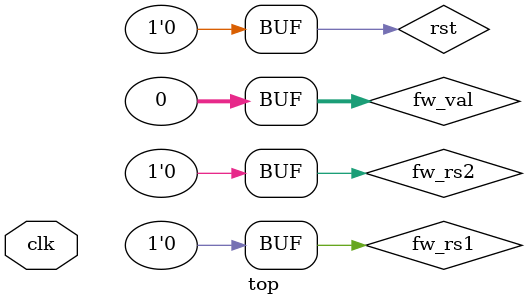
<source format=sv>


module top(
    input logic clk
);
    wire rst = 0;
    reg[7:0] cycle;
    always @(posedge clk) begin
        cycle <= cycle + 1;
    end
    
    
    // ID/EX: Result valid.
    logic        d_valid;
    // ID/EX: Current instruction PC.
    logic[31:1]  d_pc;
    // ID/EX: Current instruction word.
    logic[31:0]  d_insn;
    // ID/EX: Stores to register RD.
    logic        d_use_rd;
    // ID/EX: Value from RS1 register.
    logic[31:0]  d_rs1_val;
    // ID/EX: Value from RS2 register.
    logic[31:0]  d_rs2_val;
    // ID/EX: Conditional branch.
    logic        d_branch;
    // ID/EX: Branch prediction result.
    logic        d_branch_predict;
    // ID/EX: Trap raised.
    logic        d_trap;
    // ID/EX: Trap cause.
    logic[3:0]   d_cause;
    
    // ID/EX: Result valid.
    logic        q_valid;
    // ID/EX: Current instruction PC.
    logic[31:1]  q_pc;
    // ID/EX: Current instruction word.
    logic[31:0]  q_insn;
    // ID/EX: Stores to register RD.
    logic        q_use_rd;
    // ID/EX: Value from RS1 register / ALU result / memory address.
    logic[31:0]  q_rs1_val;
    // ID/EX: Value from RS2 register / memory write data.
    logic[31:0]  q_rs2_val;
    // ID/EX: Trap raised.
    logic        q_trap;
    // ID/EX: Trap cause.
    logic[3:0]   q_cause;
    
    // Stall EX stage.
    logic        fw_stall_ex;
    // Stall MEM stage.
    logic        fw_stall_mem;
    
    // Forward value to RS1.
    wire         fw_rs1 = 0;
    // Forward value to RS2.
    wire         fw_rs2 = 0;
    // Forwarding value.
    wire [31:0]  fw_val = 0;
    
    boa_stage_ex stage_ex(
        clk, rst,
        d_valid, d_pc, d_insn, d_use_rd, d_rs1_val, d_rs2_val, d_branch, d_branch_predict, d_trap, d_cause,
        q_valid, q_pc, q_insn, q_use_rd, q_rs1_val, q_rs2_val, q_trap, q_cause,
        fw_stall_ex, fw_stall_mem, fw_rs1, fw_rs2, fw_val
    );
    
    always @(*) begin
        case (cycle)
            default: begin d_valid = 0; d_pc = 0; d_insn = 0; d_use_rd = 0; d_rs1_val = 0; d_rs2_val = 0; d_branch = 0; d_branch_predict = 0; d_trap = 0; d_cause = 0; fw_stall_ex = 0; fw_stall_mem = 0; end
            
            2:  begin d_valid = 1; d_pc = 'h802; d_insn = 32'h2beef517; d_use_rd = 1; d_rs1_val = 32'h0000_0000; d_rs2_val = 32'h0000_0005; d_branch = 0; d_branch_predict = 0; d_trap = 0; d_cause = 0; fw_stall_ex = 0; fw_stall_mem = 0; end
            3:  begin d_valid = 1; d_pc = 0;     d_insn = 32'h7ff00513; d_use_rd = 1; d_rs1_val = 32'h0000_0018; d_rs2_val = 32'h0000_0005; d_branch = 0; d_branch_predict = 0; d_trap = 0; d_cause = 0; fw_stall_ex = 0; fw_stall_mem = 0; end
            4:  begin d_valid = 1; d_pc = 0;     d_insn = 32'h40555513; d_use_rd = 1; d_rs1_val = 32'h800f_0018; d_rs2_val = 32'h0000_0005; d_branch = 0; d_branch_predict = 0; d_trap = 0; d_cause = 0; fw_stall_ex = 0; fw_stall_mem = 0; end
            5:  begin d_valid = 1; d_pc = 0;     d_insn = 32'h00555513; d_use_rd = 1; d_rs1_val = 32'h800f_0018; d_rs2_val = 32'h0000_0005; d_branch = 0; d_branch_predict = 0; d_trap = 0; d_cause = 0; fw_stall_ex = 0; fw_stall_mem = 0; end
            
            7:  begin d_valid = 1; d_pc = 0;     d_insn = 32'h00b54533; d_use_rd = 1; d_rs1_val = 32'h0000_1010; d_rs2_val = 32'h0000_1100; d_branch = 0; d_branch_predict = 0; d_trap = 0; d_cause = 0; fw_stall_ex = 0; fw_stall_mem = 0; end
            8:  begin d_valid = 1; d_pc = 0;     d_insn = 32'h00b57533; d_use_rd = 1; d_rs1_val = 32'h0000_1010; d_rs2_val = 32'h0000_1100; d_branch = 0; d_branch_predict = 0; d_trap = 0; d_cause = 0; fw_stall_ex = 0; fw_stall_mem = 0; end
            9:  begin d_valid = 1; d_pc = 0;     d_insn = 32'h00b56533; d_use_rd = 1; d_rs1_val = 32'h0000_1010; d_rs2_val = 32'h0000_1100; d_branch = 0; d_branch_predict = 0; d_trap = 0; d_cause = 0; fw_stall_ex = 0; fw_stall_mem = 0; end
            10: begin d_valid = 1; d_pc = 0;     d_insn = 32'h00b52533; d_use_rd = 1; d_rs1_val = 32'h8000_1010; d_rs2_val = 32'h0000_1100; d_branch = 0; d_branch_predict = 0; d_trap = 0; d_cause = 0; fw_stall_ex = 0; fw_stall_mem = 0; end
            
            12: begin d_valid = 1; d_pc = 0;     d_insn = 32'h02b50533; d_use_rd = 1; d_rs1_val = 32'hffff_fffd; d_rs2_val = 32'hffff_fffb; d_branch = 0; d_branch_predict = 0; d_trap = 0; d_cause = 0; fw_stall_ex = 0; fw_stall_mem = 0; end
            13: begin d_valid = 1; d_pc = 0;     d_insn = 32'h02b51533; d_use_rd = 1; d_rs1_val = 32'hffff_fffd; d_rs2_val = 32'hffff_fffb; d_branch = 0; d_branch_predict = 0; d_trap = 0; d_cause = 0; fw_stall_ex = 0; fw_stall_mem = 0; end
            14: begin d_valid = 1; d_pc = 0;     d_insn = 32'h02b53533; d_use_rd = 1; d_rs1_val = 32'hffff_fffd; d_rs2_val = 32'hffff_fffb; d_branch = 0; d_branch_predict = 0; d_trap = 0; d_cause = 0; fw_stall_ex = 0; fw_stall_mem = 0; end
            15: begin d_valid = 1; d_pc = 0;     d_insn = 32'h02b52533; d_use_rd = 1; d_rs1_val = 32'hffff_fffd; d_rs2_val = 32'hffff_fffb; d_branch = 0; d_branch_predict = 0; d_trap = 0; d_cause = 0; fw_stall_ex = 0; fw_stall_mem = 0; end
            
            17: begin d_valid = 1; d_pc = 0;     d_insn = 32'h02b54533; d_use_rd = 1; d_rs1_val = 32'hffff_fffb; d_rs2_val = 32'hffff_fffd; d_branch = 0; d_branch_predict = 0; d_trap = 0; d_cause = 0; fw_stall_ex = 0; fw_stall_mem = 0; end
            18: begin d_valid = 1; d_pc = 0;     d_insn = 32'h02b56533; d_use_rd = 1; d_rs1_val = 32'hffff_fffb; d_rs2_val = 32'hffff_fffd; d_branch = 0; d_branch_predict = 0; d_trap = 0; d_cause = 0; fw_stall_ex = 0; fw_stall_mem = 0; end
            19: begin d_valid = 1; d_pc = 0;     d_insn = 32'h02b55533; d_use_rd = 1; d_rs1_val = 32'h8000_0000; d_rs2_val = 32'h0800_0000; d_branch = 0; d_branch_predict = 0; d_trap = 0; d_cause = 0; fw_stall_ex = 0; fw_stall_mem = 0; end
            20: begin d_valid = 1; d_pc = 0;     d_insn = 32'h02b57533; d_use_rd = 1; d_rs1_val = 32'h8000_0000; d_rs2_val = 32'h0800_0000; d_branch = 0; d_branch_predict = 0; d_trap = 0; d_cause = 0; fw_stall_ex = 0; fw_stall_mem = 0; end
        endcase
    end
endmodule

</source>
